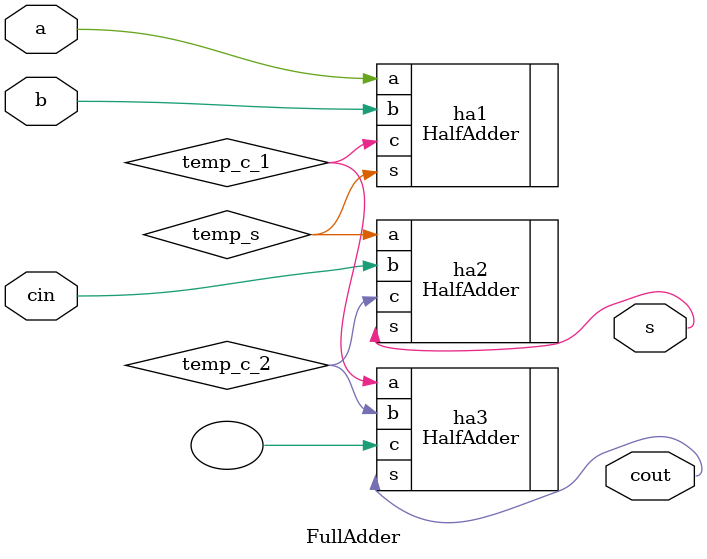
<source format=v>
module FullAdder (
    input       a, b, cin,
    output      s, cout
);
wire temp_s, temp_c_1, temp_c_2;
HalfAdder ha1(
    .a(a),
    .b(b),
    .s(temp_s),
    .c(temp_c_1)
);

HalfAdder ha2(
    .a(temp_s),
    .b(cin),
    .s(s),
    .c(temp_c_2)
);
HalfAdder ha3(
    .a(temp_c_1),
    .b(temp_c_2),
    .s(cout),
    .c()
);
endmodule
</source>
